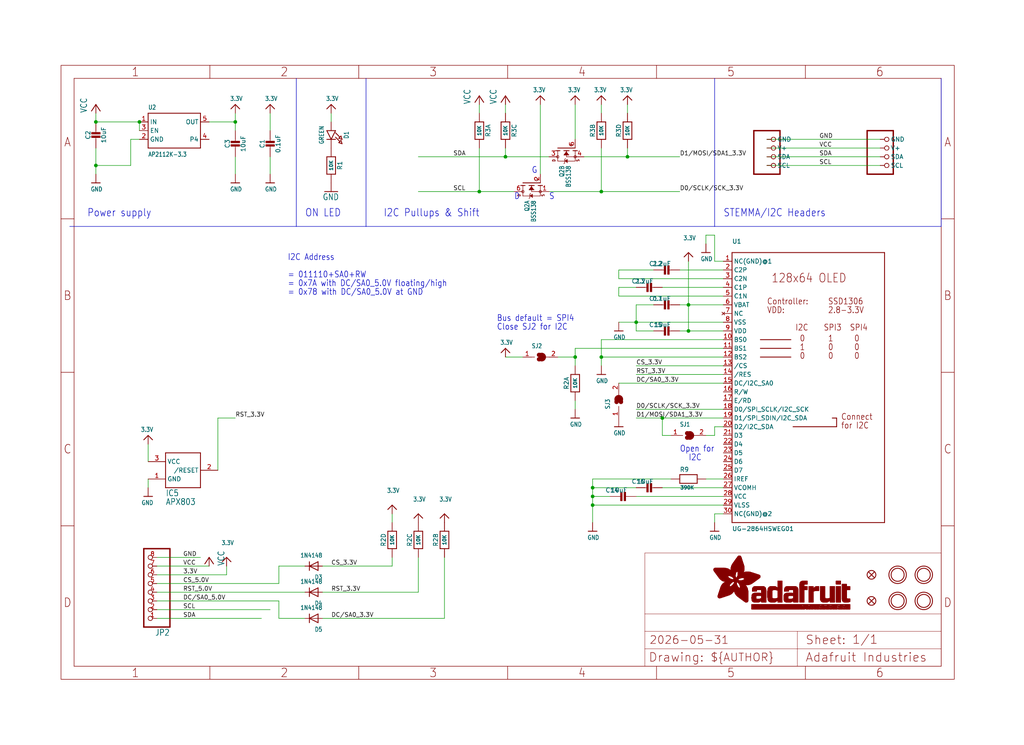
<source format=kicad_sch>
(kicad_sch (version 20230121) (generator eeschema)
  (paper "User" 298.45 217.322)
  (lib_symbols
    (symbol "working-eagle-import:3.3V" (power)
      (property "Value" "3.3V" (at -1.524 1.016 0))
      (symbol "3.3V_1_0"
        (pin power_in line (at 0 -2.54 90) (length 2.54) (name "3.3V") (number "1"))
      )
    )
    (symbol "working-eagle-import:AXP083-SAG"
      (property "Reference" "IC" (at -5.08 -7.62 0))
      (symbol "AXP083-SAG_1_0"
        (pin power_in line (at -10.16 -2.54 0) (length 5.08) (name "GND") (number "1"))
        (pin output line (at 10.16 0 180) (length 5.08) (name "/RESET") (number "2"))
        (pin power_in line (at -10.16 2.54 0) (length 5.08) (name "VCC") (number "3"))
      )
    )
    (symbol "working-eagle-import:CAP_CERAMIC0603_NO"
      (property "Reference" "C" (at -2.29 1.25 90))
      (symbol "CAP_CERAMIC0603_NO_1_0"
        (pin passive line (at 0 5.08 270) (length 2.54) (name "1") (number "1"))
        (pin passive line (at 0 -2.54 90) (length 2.54) (name "2") (number "2"))
      )
    )
    (symbol "working-eagle-import:CAP_CERAMIC0805-NOOUTLINE"
      (property "Reference" "C" (at -2.29 1.25 90))
      (symbol "CAP_CERAMIC0805-NOOUTLINE_1_0"
        (pin passive line (at 0 5.08 270) (length 2.54) (name "1") (number "1"))
        (pin passive line (at 0 -2.54 90) (length 2.54) (name "2") (number "2"))
      )
    )
    (symbol "working-eagle-import:DIODESOD-323"
      (property "Reference" "D" (at 0 2.54 0))
      (symbol "DIODESOD-323_1_0"
        (pin passive line (at -2.54 0 0) (length 2.54) (name "A") (number "A"))
        (pin passive line (at 2.54 0 180) (length 2.54) (name "C") (number "C"))
      )
    )
    (symbol "working-eagle-import:DISP_OLED_UG-2864HSWEG010.96{dblquote}"
      (property "Reference" "U" (at -22.86 40.64 0))
      (symbol "DISP_OLED_UG-2864HSWEG010.96{dblquote}_1_0"
        (text "0" (at -3.175 6.985 0) (effects (font (size 1.778 1.5113)) (justify left bottom)))
        (text "0" (at -3.175 12.065 0) (effects (font (size 1.778 1.5113)) (justify left bottom)))
        (text "0" (at 5.08 6.985 0) (effects (font (size 1.778 1.5113)) (justify left bottom)))
        (text "0" (at 5.08 9.525 0) (effects (font (size 1.778 1.5113)) (justify left bottom)))
        (text "0" (at 12.7 6.985 0) (effects (font (size 1.778 1.5113)) (justify left bottom)))
        (text "0" (at 12.7 9.525 0) (effects (font (size 1.778 1.5113)) (justify left bottom)))
        (text "0" (at 12.7 12.065 0) (effects (font (size 1.778 1.5113)) (justify left bottom)))
        (text "1" (at -3.175 9.525 0) (effects (font (size 1.778 1.5113)) (justify left bottom)))
        (text "1" (at 5.08 12.065 0) (effects (font (size 1.778 1.5113)) (justify left bottom)))
        (text "128x64 OLED" (at -11.43 29.21 0) (effects (font (size 2.54 2.159)) (justify left bottom)))
        (text "2.8-3.3V" (at 5.08 20.32 0) (effects (font (size 1.778 1.5113)) (justify left bottom)))
        (text "Connect" (at 8.89 -10.795 0) (effects (font (size 1.778 1.5113)) (justify left bottom)))
        (text "Controller:" (at -12.7 22.86 0) (effects (font (size 1.778 1.5113)) (justify left bottom)))
        (text "for I2C" (at 8.89 -13.335 0) (effects (font (size 1.778 1.5113)) (justify left bottom)))
        (text "I2C" (at -4.445 15.24 0) (effects (font (size 1.778 1.5113)) (justify left bottom)))
        (text "SPI3" (at 3.81 15.24 0) (effects (font (size 1.778 1.5113)) (justify left bottom)))
        (text "SPI4" (at 11.43 15.24 0) (effects (font (size 1.778 1.5113)) (justify left bottom)))
        (text "SSD1306" (at 5.08 22.86 0) (effects (font (size 1.778 1.5113)) (justify left bottom)))
        (text "VDD:" (at -12.7 20.32 0) (effects (font (size 1.778 1.5113)) (justify left bottom)))
        (pin input line (at -25.4 35.56 0) (length 2.54) (name "NC(GND)@1") (number "1"))
        (pin input line (at -25.4 12.7 0) (length 2.54) (name "BS0") (number "10"))
        (pin input line (at -25.4 10.16 0) (length 2.54) (name "BS1") (number "11"))
        (pin input line (at -25.4 7.62 0) (length 2.54) (name "BS2") (number "12"))
        (pin input line (at -25.4 5.08 0) (length 2.54) (name "/CS") (number "13"))
        (pin input line (at -25.4 2.54 0) (length 2.54) (name "/RES") (number "14"))
        (pin input line (at -25.4 0 0) (length 2.54) (name "DC/I2C_SA0") (number "15"))
        (pin input line (at -25.4 -2.54 0) (length 2.54) (name "R/W") (number "16"))
        (pin input line (at -25.4 -5.08 0) (length 2.54) (name "E/RD") (number "17"))
        (pin bidirectional line (at -25.4 -7.62 0) (length 2.54) (name "D0/SPI_SCLK/I2C_SCK") (number "18"))
        (pin bidirectional line (at -25.4 -10.16 0) (length 2.54) (name "D1/SPI_SDIN/I2C_SDA") (number "19"))
        (pin input line (at -25.4 33.02 0) (length 2.54) (name "C2P") (number "2"))
        (pin bidirectional line (at -25.4 -12.7 0) (length 2.54) (name "D2/I2C_SDA") (number "20"))
        (pin bidirectional line (at -25.4 -15.24 0) (length 2.54) (name "D3") (number "21"))
        (pin bidirectional line (at -25.4 -17.78 0) (length 2.54) (name "D4") (number "22"))
        (pin bidirectional line (at -25.4 -20.32 0) (length 2.54) (name "D5") (number "23"))
        (pin bidirectional line (at -25.4 -22.86 0) (length 2.54) (name "D6") (number "24"))
        (pin bidirectional line (at -25.4 -25.4 0) (length 2.54) (name "D7") (number "25"))
        (pin input line (at -25.4 -27.94 0) (length 2.54) (name "IREF") (number "26"))
        (pin output line (at -25.4 -30.48 0) (length 2.54) (name "VCOMH") (number "27"))
        (pin power_in line (at -25.4 -33.02 0) (length 2.54) (name "VCC") (number "28"))
        (pin power_in line (at -25.4 -35.56 0) (length 2.54) (name "VLSS") (number "29"))
        (pin input line (at -25.4 30.48 0) (length 2.54) (name "C2N") (number "3"))
        (pin input line (at -25.4 -38.1 0) (length 2.54) (name "NC(GND)@2") (number "30"))
        (pin input line (at -25.4 27.94 0) (length 2.54) (name "C1P") (number "4"))
        (pin input line (at -25.4 25.4 0) (length 2.54) (name "C1N") (number "5"))
        (pin input line (at -25.4 22.86 0) (length 2.54) (name "VBAT") (number "6"))
        (pin no_connect line (at -25.4 20.32 0) (length 2.54) (name "NC") (number "7"))
        (pin power_in line (at -25.4 17.78 0) (length 2.54) (name "VSS") (number "8"))
        (pin power_in line (at -25.4 15.24 0) (length 2.54) (name "VDD") (number "9"))
      )
    )
    (symbol "working-eagle-import:FIDUCIAL_1MM")
    (symbol "working-eagle-import:FRAME_A4_ADAFRUIT"
      (symbol "FRAME_A4_ADAFRUIT_1_0"
        (text "${#}/${##}" (at 230.505 10.16 0) (effects (font (size 2.54 2.54)) (justify left bottom)))
        (text "${AUTHOR}" (at 189.23 5.08 0) (effects (font (size 2.286 2.286)) (justify left bottom)))
        (text "${CURRENT_DATE}" (at 171.45 10.16 0) (effects (font (size 2.286 2.286)) (justify left bottom)))
        (text "${PROJECTNAME}" (at 171.45 15.24 0) (effects (font (size 2.54 2.54)) (justify left bottom)))
        (text "1" (at 21.6958 1.905 0) (effects (font (size 2.54 2.286))))
        (text "1" (at 21.6958 177.165 0) (effects (font (size 2.54 2.286))))
        (text "2" (at 65.0875 1.905 0) (effects (font (size 2.54 2.286))))
        (text "2" (at 65.0875 177.165 0) (effects (font (size 2.54 2.286))))
        (text "3" (at 108.4792 1.905 0) (effects (font (size 2.54 2.286))))
        (text "3" (at 108.4792 177.165 0) (effects (font (size 2.54 2.286))))
        (text "4" (at 151.8708 1.905 0) (effects (font (size 2.54 2.286))))
        (text "4" (at 151.8708 177.165 0) (effects (font (size 2.54 2.286))))
        (text "5" (at 195.2625 1.905 0) (effects (font (size 2.54 2.286))))
        (text "5" (at 195.2625 177.165 0) (effects (font (size 2.54 2.286))))
        (text "6" (at 238.6542 1.905 0) (effects (font (size 2.54 2.286))))
        (text "6" (at 238.6542 177.165 0) (effects (font (size 2.54 2.286))))
        (text "A" (at 1.905 156.6863 0) (effects (font (size 2.54 2.286))))
        (text "A" (at 258.445 156.6863 0) (effects (font (size 2.54 2.286))))
        (text "Adafruit Industries" (at 216.916 4.953 0) (effects (font (size 2.54 2.54)) (justify left bottom)))
        (text "B" (at 1.905 111.9188 0) (effects (font (size 2.54 2.286))))
        (text "B" (at 258.445 111.9188 0) (effects (font (size 2.54 2.286))))
        (text "C" (at 1.905 67.1513 0) (effects (font (size 2.54 2.286))))
        (text "C" (at 258.445 67.1513 0) (effects (font (size 2.54 2.286))))
        (text "D" (at 1.905 22.3838 0) (effects (font (size 2.54 2.286))))
        (text "D" (at 258.445 22.3838 0) (effects (font (size 2.54 2.286))))
        (text "Drawing:" (at 171.196 4.953 0) (effects (font (size 2.54 2.54)) (justify left bottom)))
        (text "Sheet:" (at 216.916 10.033 0) (effects (font (size 2.54 2.54)) (justify left bottom)))
      )
    )
    (symbol "working-eagle-import:GND" (power)
      (property "Value" "GND" (at -1.524 -2.54 0))
      (symbol "GND_1_0"
        (pin power_in line (at 0 2.54 270) (length 2.54) (name "GND") (number "1"))
      )
    )
    (symbol "working-eagle-import:HEADER-1X870MIL"
      (property "Reference" "JP" (at -6.35 13.335 0))
      (symbol "HEADER-1X870MIL_1_0"
        (pin passive inverted (at -2.54 10.16 0) (length 2.54) (name "1") (number "1"))
        (pin passive inverted (at -2.54 7.62 0) (length 2.54) (name "2") (number "2"))
        (pin passive inverted (at -2.54 5.08 0) (length 2.54) (name "3") (number "3"))
        (pin passive inverted (at -2.54 2.54 0) (length 2.54) (name "4") (number "4"))
        (pin passive inverted (at -2.54 0 0) (length 2.54) (name "5") (number "5"))
        (pin passive inverted (at -2.54 -2.54 0) (length 2.54) (name "6") (number "6"))
        (pin passive inverted (at -2.54 -5.08 0) (length 2.54) (name "7") (number "7"))
        (pin passive inverted (at -2.54 -7.62 0) (length 2.54) (name "8") (number "8"))
      )
    )
    (symbol "working-eagle-import:LED0603_NOOUTLINE"
      (property "Reference" "D" (at -1.27 4.445 0))
      (symbol "LED0603_NOOUTLINE_1_0"
        (pin passive line (at -5.08 0 0) (length 2.54) (name "A") (number "A"))
        (pin passive line (at 2.54 0 180) (length 2.54) (name "C") (number "C"))
      )
    )
    (symbol "working-eagle-import:MOSFET-N_DUAL"
      (property "Reference" "Q" (at 5.08 0.635 0))
      (symbol "MOSFET-N_DUAL_1_0"
        (text "D" (at 3.175 3.175 0) (effects (font (size 0.8128 0.6908)) (justify left bottom)))
        (text "G" (at -1.27 -1.905 0) (effects (font (size 0.8128 0.6908)) (justify left bottom)))
        (text "S" (at 3.175 -3.81 0) (effects (font (size 0.8128 0.6908)) (justify left bottom)))
        (pin bidirectional line (at 2.54 -5.08 90) (length 2.54) (name "S") (number "1"))
        (pin bidirectional line (at -2.54 -2.54 0) (length 2.54) (name "G") (number "2"))
        (pin bidirectional line (at 2.54 5.08 270) (length 2.54) (name "D") (number "6"))
      )
      (symbol "MOSFET-N_DUAL_2_0"
        (text "D" (at 3.175 3.175 0) (effects (font (size 0.8128 0.6908)) (justify left bottom)))
        (text "G" (at -1.27 -1.905 0) (effects (font (size 0.8128 0.6908)) (justify left bottom)))
        (text "S" (at 3.175 -3.81 0) (effects (font (size 0.8128 0.6908)) (justify left bottom)))
        (pin bidirectional line (at 2.54 5.08 270) (length 2.54) (name "D") (number "3"))
        (pin bidirectional line (at 2.54 -5.08 90) (length 2.54) (name "S") (number "4"))
        (pin bidirectional line (at -2.54 -2.54 0) (length 2.54) (name "G") (number "5"))
      )
    )
    (symbol "working-eagle-import:MOUNTINGHOLE2.5")
    (symbol "working-eagle-import:RESISTOR_0603_NOOUT"
      (property "Reference" "R" (at 0 2.54 0))
      (symbol "RESISTOR_0603_NOOUT_1_0"
        (pin passive line (at -5.08 0 0) (length 2.54) (name "1") (number "1"))
        (pin passive line (at 5.08 0 180) (length 2.54) (name "2") (number "2"))
      )
    )
    (symbol "working-eagle-import:RESISTOR_4PACK"
      (property "Reference" "R" (at 0 2.54 0))
      (symbol "RESISTOR_4PACK_1_0"
        (pin passive line (at -5.08 0 0) (length 2.54) (name "1") (number "1"))
        (pin passive line (at 5.08 0 180) (length 2.54) (name "2") (number "8"))
      )
      (symbol "RESISTOR_4PACK_2_0"
        (pin passive line (at -5.08 0 0) (length 2.54) (name "1") (number "2"))
        (pin passive line (at 5.08 0 180) (length 2.54) (name "2") (number "7"))
      )
      (symbol "RESISTOR_4PACK_3_0"
        (pin passive line (at -5.08 0 0) (length 2.54) (name "1") (number "3"))
        (pin passive line (at 5.08 0 180) (length 2.54) (name "2") (number "6"))
      )
      (symbol "RESISTOR_4PACK_4_0"
        (pin passive line (at -5.08 0 0) (length 2.54) (name "1") (number "4"))
        (pin passive line (at 5.08 0 180) (length 2.54) (name "2") (number "5"))
      )
    )
    (symbol "working-eagle-import:SOLDERJUMPER"
      (property "Reference" "SJ" (at -2.54 2.54 0))
      (symbol "SOLDERJUMPER_1_0"
        (pin passive line (at -5.08 0 0) (length 2.54) (name "1") (number "1"))
        (pin passive line (at 5.08 0 180) (length 2.54) (name "2") (number "2"))
      )
    )
    (symbol "working-eagle-import:SOLDERJUMPERCLOSED"
      (property "Reference" "SJ" (at -2.54 2.54 0))
      (symbol "SOLDERJUMPERCLOSED_1_0"
        (pin passive line (at -5.08 0 0) (length 2.54) (name "1") (number "1"))
        (pin passive line (at 5.08 0 180) (length 2.54) (name "2") (number "2"))
      )
    )
    (symbol "working-eagle-import:STEMMA_I2C_QT"
      (symbol "STEMMA_I2C_QT_1_0"
        (pin passive inverted (at 0 5.08 0) (length 2.54) (name "GND") (number "1"))
        (pin passive inverted (at 0 2.54 0) (length 2.54) (name "V+") (number "2"))
        (pin passive inverted (at 0 0 0) (length 2.54) (name "SDA") (number "3"))
        (pin passive inverted (at 0 -2.54 0) (length 2.54) (name "SCL") (number "4"))
      )
      (symbol "STEMMA_I2C_QT_2_0"
        (pin bidirectional line (at 0 0 0) (length 5.08) (name "MT") (number "MT1"))
      )
      (symbol "STEMMA_I2C_QT_3_0"
        (pin bidirectional line (at 0 0 0) (length 5.08) (name "MT") (number "MT2"))
      )
    )
    (symbol "working-eagle-import:VCC" (power)
      (property "Value" "VCC" (at -2.54 -2.54 90))
      (symbol "VCC_1_0"
        (pin power_in line (at 0 -2.54 90) (length 2.54) (name "VCC") (number "1"))
      )
    )
    (symbol "working-eagle-import:VREG_SOT23-5"
      (property "Reference" "U" (at -7.62 6.096 0))
      (symbol "VREG_SOT23-5_1_0"
        (pin power_in line (at -10.16 2.54 0) (length 2.54) (name "IN") (number "1"))
        (pin power_in line (at -10.16 -2.54 0) (length 2.54) (name "GND") (number "2"))
        (pin input line (at -10.16 0 0) (length 2.54) (name "EN") (number "3"))
        (pin bidirectional line (at 10.16 -2.54 180) (length 2.54) (name "P4") (number "4"))
        (pin power_in line (at 10.16 2.54 180) (length 2.54) (name "OUT") (number "5"))
      )
    )
    (symbol "working-eagle-import:supply1_GND" (power)
      (property "Value" "supply1_GND" (at -2.54 -2.54 0))
      (symbol "supply1_GND_1_0"
        (pin power_in line (at 0 2.54 270) (length 2.54) (name "GND") (number "1"))
      )
    )
  )
  (junction (at 200.66 88.9))
  (junction (at 27.94 48.26))
  (junction (at 185.42 93.98))
  (junction (at 172.72 147.32))
  (junction (at 167.64 104.14))
  (junction (at 172.72 144.78))
  (junction (at 182.88 45.72))
  (junction (at 172.72 142.24))
  (junction (at 200.66 96.52))
  (junction (at 40.64 35.56))
  (junction (at 68.58 35.56))
  (junction (at 193.04 121.92))
  (junction (at 139.7 55.88))
  (junction (at 175.26 55.88))
  (junction (at 27.94 35.56))
  (junction (at 175.26 104.14))
  (junction (at 147.32 45.72))
  (wire (pts (xy 167.64 119.38) (xy 167.64 116.84)) (stroke (width 0.1524)))
  (wire (pts (xy 38.1 40.64) (xy 38.1 48.26)) (stroke (width 0.1524)))
  (wire (pts (xy 210.82 149.86) (xy 208.28 149.86)) (stroke (width 0.1524)))
  (wire (pts (xy 68.58 45.72) (xy 68.58 50.8)) (stroke (width 0.1524)))
  (wire (pts (xy 223.52 43.18) (xy 256.54 43.18)) (stroke (width 0.1524)))
  (wire (pts (xy 45.72 175.26) (xy 81.28 175.26)) (stroke (width 0.1524)))
  (wire (pts (xy 210.82 104.14) (xy 175.26 104.14)) (stroke (width 0.1524)))
  (wire (pts (xy 121.92 172.72) (xy 121.92 162.56)) (stroke (width 0.1524)))
  (wire (pts (xy 162.56 104.14) (xy 167.64 104.14)) (stroke (width 0.1524)))
  (wire (pts (xy 139.7 30.48) (xy 139.7 33.02)) (stroke (width 0.1524)))
  (wire (pts (xy 96.52 35.56) (xy 96.52 33.02)) (stroke (width 0.1524)))
  (wire (pts (xy 210.82 124.46) (xy 208.28 124.46)) (stroke (width 0.1524)))
  (wire (pts (xy 185.42 93.98) (xy 180.34 93.98)) (stroke (width 0.1524)))
  (wire (pts (xy 78.74 45.72) (xy 78.74 50.8)) (stroke (width 0.1524)))
  (wire (pts (xy 129.54 180.34) (xy 129.54 162.56)) (stroke (width 0.1524)))
  (wire (pts (xy 45.72 165.1) (xy 60.96 165.1)) (stroke (width 0.1524)))
  (wire (pts (xy 38.1 48.26) (xy 27.94 48.26)) (stroke (width 0.1524)))
  (wire (pts (xy 147.32 43.18) (xy 147.32 45.72)) (stroke (width 0.1524)))
  (wire (pts (xy 172.72 139.7) (xy 195.58 139.7)) (stroke (width 0.1524)))
  (wire (pts (xy 81.28 175.26) (xy 81.28 180.34)) (stroke (width 0.1524)))
  (polyline (pts (xy 208.28 22.86) (xy 208.28 66.04)) (stroke (width 0.1524) (type solid)))
  (wire (pts (xy 167.64 101.6) (xy 210.82 101.6)) (stroke (width 0.1524)))
  (wire (pts (xy 93.98 180.34) (xy 129.54 180.34)) (stroke (width 0.1524)))
  (wire (pts (xy 60.96 35.56) (xy 68.58 35.56)) (stroke (width 0.1524)))
  (wire (pts (xy 185.42 96.52) (xy 185.42 93.98)) (stroke (width 0.1524)))
  (wire (pts (xy 175.26 99.06) (xy 175.26 104.14)) (stroke (width 0.1524)))
  (wire (pts (xy 93.98 172.72) (xy 121.92 172.72)) (stroke (width 0.1524)))
  (wire (pts (xy 147.32 45.72) (xy 121.92 45.72)) (stroke (width 0.1524)))
  (wire (pts (xy 167.64 104.14) (xy 167.64 106.68)) (stroke (width 0.1524)))
  (wire (pts (xy 208.28 124.46) (xy 208.28 127)) (stroke (width 0.1524)))
  (wire (pts (xy 149.86 55.88) (xy 139.7 55.88)) (stroke (width 0.1524)))
  (wire (pts (xy 190.5 88.9) (xy 185.42 88.9)) (stroke (width 0.1524)))
  (wire (pts (xy 172.72 147.32) (xy 172.72 144.78)) (stroke (width 0.1524)))
  (wire (pts (xy 210.82 147.32) (xy 172.72 147.32)) (stroke (width 0.1524)))
  (wire (pts (xy 167.64 40.64) (xy 167.64 30.48)) (stroke (width 0.1524)))
  (polyline (pts (xy 208.28 66.04) (xy 274.32 66.04)) (stroke (width 0.1524) (type solid)))
  (wire (pts (xy 200.66 76.2) (xy 200.66 88.9)) (stroke (width 0.1524)))
  (wire (pts (xy 81.28 170.18) (xy 81.28 165.1)) (stroke (width 0.1524)))
  (polyline (pts (xy 106.68 66.04) (xy 208.28 66.04)) (stroke (width 0.1524) (type solid)))
  (wire (pts (xy 175.26 55.88) (xy 198.12 55.88)) (stroke (width 0.1524)))
  (wire (pts (xy 210.82 99.06) (xy 175.26 99.06)) (stroke (width 0.1524)))
  (wire (pts (xy 45.72 162.56) (xy 58.42 162.56)) (stroke (width 0.1524)))
  (wire (pts (xy 185.42 83.82) (xy 180.34 83.82)) (stroke (width 0.1524)))
  (wire (pts (xy 210.82 139.7) (xy 205.74 139.7)) (stroke (width 0.1524)))
  (wire (pts (xy 147.32 33.02) (xy 147.32 30.48)) (stroke (width 0.1524)))
  (wire (pts (xy 195.58 127) (xy 193.04 127)) (stroke (width 0.1524)))
  (wire (pts (xy 210.82 88.9) (xy 200.66 88.9)) (stroke (width 0.1524)))
  (polyline (pts (xy 86.36 22.86) (xy 86.36 66.04)) (stroke (width 0.1524) (type solid)))
  (wire (pts (xy 172.72 144.78) (xy 172.72 142.24)) (stroke (width 0.1524)))
  (wire (pts (xy 27.94 48.26) (xy 27.94 50.8)) (stroke (width 0.1524)))
  (wire (pts (xy 190.5 78.74) (xy 180.34 78.74)) (stroke (width 0.1524)))
  (wire (pts (xy 93.98 165.1) (xy 114.3 165.1)) (stroke (width 0.1524)))
  (wire (pts (xy 152.4 104.14) (xy 147.32 104.14)) (stroke (width 0.1524)))
  (wire (pts (xy 160.02 55.88) (xy 175.26 55.88)) (stroke (width 0.1524)))
  (wire (pts (xy 210.82 78.74) (xy 198.12 78.74)) (stroke (width 0.1524)))
  (wire (pts (xy 27.94 33.02) (xy 27.94 35.56)) (stroke (width 0.1524)))
  (polyline (pts (xy 106.68 22.86) (xy 106.68 66.04)) (stroke (width 0.1524) (type solid)))
  (wire (pts (xy 172.72 142.24) (xy 172.72 139.7)) (stroke (width 0.1524)))
  (wire (pts (xy 160.02 45.72) (xy 147.32 45.72)) (stroke (width 0.1524)))
  (wire (pts (xy 63.5 137.16) (xy 63.5 121.92)) (stroke (width 0.1524)))
  (wire (pts (xy 167.64 101.6) (xy 167.64 104.14)) (stroke (width 0.1524)))
  (wire (pts (xy 210.82 96.52) (xy 200.66 96.52)) (stroke (width 0.1524)))
  (wire (pts (xy 45.72 172.72) (xy 88.9 172.72)) (stroke (width 0.1524)))
  (wire (pts (xy 182.88 45.72) (xy 198.12 45.72)) (stroke (width 0.1524)))
  (wire (pts (xy 210.82 111.76) (xy 180.34 111.76)) (stroke (width 0.1524)))
  (wire (pts (xy 182.88 43.18) (xy 182.88 45.72)) (stroke (width 0.1524)))
  (wire (pts (xy 210.82 93.98) (xy 185.42 93.98)) (stroke (width 0.1524)))
  (wire (pts (xy 157.48 50.8) (xy 157.48 30.48)) (stroke (width 0.1524)))
  (wire (pts (xy 256.54 45.72) (xy 223.52 45.72)) (stroke (width 0.1524)))
  (wire (pts (xy 210.82 83.82) (xy 193.04 83.82)) (stroke (width 0.1524)))
  (wire (pts (xy 190.5 96.52) (xy 185.42 96.52)) (stroke (width 0.1524)))
  (wire (pts (xy 200.66 96.52) (xy 198.12 96.52)) (stroke (width 0.1524)))
  (wire (pts (xy 78.74 33.02) (xy 78.74 38.1)) (stroke (width 0.1524)))
  (wire (pts (xy 210.82 119.38) (xy 185.42 119.38)) (stroke (width 0.1524)))
  (wire (pts (xy 175.26 43.18) (xy 175.26 55.88)) (stroke (width 0.1524)))
  (wire (pts (xy 40.64 35.56) (xy 27.94 35.56)) (stroke (width 0.1524)))
  (wire (pts (xy 210.82 109.22) (xy 185.42 109.22)) (stroke (width 0.1524)))
  (polyline (pts (xy 20.32 66.04) (xy 86.36 66.04)) (stroke (width 0.1524) (type solid)))
  (wire (pts (xy 208.28 76.2) (xy 208.28 68.58)) (stroke (width 0.1524)))
  (wire (pts (xy 43.18 139.7) (xy 43.18 142.24)) (stroke (width 0.1524)))
  (wire (pts (xy 63.5 121.92) (xy 68.58 121.92)) (stroke (width 0.1524)))
  (wire (pts (xy 68.58 35.56) (xy 68.58 38.1)) (stroke (width 0.1524)))
  (wire (pts (xy 170.18 45.72) (xy 182.88 45.72)) (stroke (width 0.1524)))
  (wire (pts (xy 43.18 134.62) (xy 43.18 129.54)) (stroke (width 0.1524)))
  (polyline (pts (xy 86.36 66.04) (xy 106.68 66.04)) (stroke (width 0.1524) (type solid)))
  (wire (pts (xy 205.74 68.58) (xy 205.74 71.12)) (stroke (width 0.1524)))
  (wire (pts (xy 256.54 40.64) (xy 223.52 40.64)) (stroke (width 0.1524)))
  (wire (pts (xy 45.72 170.18) (xy 81.28 170.18)) (stroke (width 0.1524)))
  (wire (pts (xy 200.66 88.9) (xy 200.66 96.52)) (stroke (width 0.1524)))
  (wire (pts (xy 45.72 177.8) (xy 78.74 177.8)) (stroke (width 0.1524)))
  (wire (pts (xy 114.3 165.1) (xy 114.3 162.56)) (stroke (width 0.1524)))
  (wire (pts (xy 45.72 180.34) (xy 76.2 180.34)) (stroke (width 0.1524)))
  (wire (pts (xy 208.28 127) (xy 205.74 127)) (stroke (width 0.1524)))
  (wire (pts (xy 182.88 33.02) (xy 182.88 30.48)) (stroke (width 0.1524)))
  (wire (pts (xy 66.04 167.64) (xy 66.04 165.1)) (stroke (width 0.1524)))
  (wire (pts (xy 40.64 40.64) (xy 38.1 40.64)) (stroke (width 0.1524)))
  (wire (pts (xy 172.72 147.32) (xy 172.72 152.4)) (stroke (width 0.1524)))
  (wire (pts (xy 210.82 121.92) (xy 193.04 121.92)) (stroke (width 0.1524)))
  (polyline (pts (xy 274.32 22.86) (xy 274.32 66.04)) (stroke (width 0.1524) (type solid)))
  (wire (pts (xy 210.82 76.2) (xy 208.28 76.2)) (stroke (width 0.1524)))
  (wire (pts (xy 27.94 48.26) (xy 27.94 43.18)) (stroke (width 0.1524)))
  (wire (pts (xy 223.52 48.26) (xy 256.54 48.26)) (stroke (width 0.1524)))
  (wire (pts (xy 175.26 104.14) (xy 175.26 106.68)) (stroke (width 0.1524)))
  (wire (pts (xy 193.04 121.92) (xy 185.42 121.92)) (stroke (width 0.1524)))
  (wire (pts (xy 81.28 165.1) (xy 88.9 165.1)) (stroke (width 0.1524)))
  (wire (pts (xy 177.8 144.78) (xy 172.72 144.78)) (stroke (width 0.1524)))
  (wire (pts (xy 180.34 83.82) (xy 180.34 86.36)) (stroke (width 0.1524)))
  (wire (pts (xy 210.82 106.68) (xy 185.42 106.68)) (stroke (width 0.1524)))
  (wire (pts (xy 81.28 180.34) (xy 88.9 180.34)) (stroke (width 0.1524)))
  (wire (pts (xy 208.28 68.58) (xy 205.74 68.58)) (stroke (width 0.1524)))
  (wire (pts (xy 200.66 88.9) (xy 198.12 88.9)) (stroke (width 0.1524)))
  (wire (pts (xy 180.34 86.36) (xy 210.82 86.36)) (stroke (width 0.1524)))
  (wire (pts (xy 180.34 81.28) (xy 210.82 81.28)) (stroke (width 0.1524)))
  (wire (pts (xy 175.26 33.02) (xy 175.26 30.48)) (stroke (width 0.1524)))
  (wire (pts (xy 210.82 144.78) (xy 185.42 144.78)) (stroke (width 0.1524)))
  (wire (pts (xy 208.28 149.86) (xy 208.28 152.4)) (stroke (width 0.1524)))
  (wire (pts (xy 139.7 43.18) (xy 139.7 55.88)) (stroke (width 0.1524)))
  (wire (pts (xy 45.72 167.64) (xy 66.04 167.64)) (stroke (width 0.1524)))
  (wire (pts (xy 193.04 127) (xy 193.04 121.92)) (stroke (width 0.1524)))
  (wire (pts (xy 40.64 38.1) (xy 40.64 35.56)) (stroke (width 0.1524)))
  (wire (pts (xy 139.7 55.88) (xy 121.92 55.88)) (stroke (width 0.1524)))
  (wire (pts (xy 210.82 142.24) (xy 193.04 142.24)) (stroke (width 0.1524)))
  (wire (pts (xy 185.42 88.9) (xy 185.42 93.98)) (stroke (width 0.1524)))
  (wire (pts (xy 68.58 35.56) (xy 68.58 33.02)) (stroke (width 0.1524)))
  (wire (pts (xy 114.3 149.86) (xy 114.3 152.4)) (stroke (width 0.1524)))
  (wire (pts (xy 180.34 78.74) (xy 180.34 81.28)) (stroke (width 0.1524)))
  (wire (pts (xy 185.42 142.24) (xy 172.72 142.24)) (stroke (width 0.1524)))
  (text "I2C Address" (at 83.82 76.2 0) (effects (font (size 1.778 1.5113)) (justify left bottom)))
  (text "D" (at 149.86 58.42 0) (effects (font (size 1.778 1.5113)) (justify left bottom)))
  (text "G" (at 154.94 50.8 0) (effects (font (size 1.778 1.5113)) (justify left bottom)))
  (text "Close SJ2 for I2C" (at 144.78 96.52 0) (effects (font (size 1.778 1.5113)) (justify left bottom)))
  (text "Bus default = SPI4" (at 144.78 93.98 0) (effects (font (size 1.778 1.5113)) (justify left bottom)))
  (text "I2C" (at 200.66 134.62 0) (effects (font (size 1.778 1.5113)) (justify left bottom)))
  (text "= 011110+SA0+RW" (at 83.82 81.28 0) (effects (font (size 1.778 1.5113)) (justify left bottom)))
  (text "Power supply" (at 25.4 63.5 0) (effects (font (size 2.1844 1.8567)) (justify left bottom)))
  (text "= 0x7A with DC/SA0_5.0V floating/high" (at 83.82 83.82 0) (effects (font (size 1.778 1.5113)) (justify left bottom)))
  (text "S" (at 160.02 58.42 0) (effects (font (size 1.778 1.5113)) (justify left bottom)))
  (text "STEMMA/I2C Headers" (at 210.82 63.5 0) (effects (font (size 2.1844 1.8567)) (justify left bottom)))
  (text "= 0x78 with DC/SA0_5.0V at GND" (at 83.82 86.36 0) (effects (font (size 1.778 1.5113)) (justify left bottom)))
  (text "Open for" (at 198.12 132.08 0) (effects (font (size 1.778 1.5113)) (justify left bottom)))
  (text "I2C Pullups & Shift" (at 111.76 63.5 0) (effects (font (size 2.1844 1.8567)) (justify left bottom)))
  (text "ON LED" (at 88.9 63.5 0) (effects (font (size 2.1844 1.8567)) (justify left bottom)))
  (label "DC/SA0_5.0V" (at 53.34 175.26 0) (effects (font (size 1.2446 1.2446))))
  (label "SCL" (at 53.34 177.8 0) (effects (font (size 1.2446 1.2446))))
  (label "RST_3.3V" (at 68.58 121.92 0) (effects (font (size 1.2446 1.2446))))
  (label "SDA" (at 238.76 45.72 0) (effects (font (size 1.2446 1.2446))))
  (label "D1/MOSI/SDA1_3.3V" (at 185.42 121.92 0) (effects (font (size 1.2446 1.2446))))
  (label "3.3V" (at 53.34 167.64 0) (effects (font (size 1.2446 1.2446))))
  (label "D1/MOSI/SDA1_3.3V" (at 198.12 45.72 0) (effects (font (size 1.2446 1.2446))))
  (label "SCL" (at 238.76 48.26 0) (effects (font (size 1.2446 1.2446))))
  (label "VCC" (at 238.76 43.18 0) (effects (font (size 1.2446 1.2446))))
  (label "GND" (at 238.76 40.64 0) (effects (font (size 1.2446 1.2446))))
  (label "VCC" (at 53.34 165.1 0) (effects (font (size 1.2446 1.2446))))
  (label "DC/SA0_3.3V" (at 96.52 180.34 0) (effects (font (size 1.2446 1.2446))))
  (label "RST_5.0V" (at 53.34 172.72 0) (effects (font (size 1.2446 1.2446))))
  (label "RST_3.3V" (at 185.42 109.22 0) (effects (font (size 1.2446 1.2446))))
  (label "CS_5.0V" (at 53.34 170.18 0) (effects (font (size 1.2446 1.2446))))
  (label "GND" (at 53.34 162.56 0) (effects (font (size 1.2446 1.2446))))
  (label "SCL" (at 132.08 55.88 0) (effects (font (size 1.2446 1.2446))))
  (label "CS_3.3V" (at 96.52 165.1 0) (effects (font (size 1.2446 1.2446))))
  (label "SDA" (at 53.34 180.34 0) (effects (font (size 1.2446 1.2446))))
  (label "D0/SCLK/SCK_3.3V" (at 185.42 119.38 0) (effects (font (size 1.2446 1.2446))))
  (label "D0/SCLK/SCK_3.3V" (at 198.12 55.88 0) (effects (font (size 1.2446 1.2446))))
  (label "DC/SA0_3.3V" (at 185.42 111.76 0) (effects (font (size 1.2446 1.2446))))
  (label "RST_3.3V" (at 96.52 172.72 0) (effects (font (size 1.2446 1.2446))))
  (label "SDA" (at 132.08 45.72 0) (effects (font (size 1.2446 1.2446))))
  (label "CS_3.3V" (at 185.42 106.68 0) (effects (font (size 1.2446 1.2446))))
  (symbol (lib_id "working-eagle-import:MOSFET-N_DUAL") (at 165.1 43.18 90) (mirror x) (unit 2)
    (property "Reference" "Q2" (at 164.465 48.26 0) (effects (font (size 1.27 1.0795)) (justify left bottom)))
    (property "Value" "BSS138" (at 166.37 48.26 0) (effects (font (size 1.27 1.0795)) (justify left bottom)))
    (property "Footprint" "working:SOT363" (effects hide))
  )
  (symbol (lib_id "working-eagle-import:GND") (at 208.28 154.94 0) (unit 1)
    (property "Reference" "#U$43" (effects hide))
    (property "Value" "GND" (at 206.756 157.48 0) (effects (font (size 1.27 1.0795)) (justify left bottom)))
  )
  (symbol (lib_id "working-eagle-import:SOLDERJUMPER") (at 180.34 116.84 90) (unit 1)
    (property "Reference" "SJ3" (at 177.8 119.38 0) (effects (font (size 1.27 1.0795)) (justify left bottom)))
    (property "Value" "SOLDERJUMPER" (effects hide))
    (property "Footprint" "working:SOLDERJUMPER_ARROW_NOPASTE" (effects hide))
  )
  (symbol (lib_id "working-eagle-import:3.3V") (at 78.74 30.48 0) (unit 1)
    (property "Reference" "#U$14" (effects hide))
    (property "Value" "3.3V" (at 77.216 29.464 0) (effects (font (size 1.27 1.0795)) (justify left bottom)))
  )
  (symbol (lib_id "working-eagle-import:supply1_GND") (at 96.52 55.88 0) (unit 1)
    (property "Reference" "#GND6" (effects hide))
    (property "Value" "GND" (at 93.98 58.42 0) (effects (font (size 1.778 1.5113)) (justify left bottom)))
  )
  (symbol (lib_id "working-eagle-import:CAP_CERAMIC0805-NOOUTLINE") (at 190.5 83.82 90) (unit 1)
    (property "Reference" "C13" (at 187.96 81.28 90) (effects (justify left bottom)))
    (property "Value" "2.2uF" (at 190.5 81.28 90) (effects (justify left bottom)))
    (property "Footprint" "working:0805-NO" (effects hide))
  )
  (symbol (lib_id "working-eagle-import:FRAME_A4_ADAFRUIT") (at 17.78 198.12 0) (unit 1)
    (property "Reference" "#U$18" (effects hide))
    (property "Value" "FRAME_A4_ADAFRUIT" (effects hide))
  )
  (symbol (lib_id "working-eagle-import:GND") (at 43.18 144.78 0) (mirror y) (unit 1)
    (property "Reference" "#U$2" (effects hide))
    (property "Value" "GND" (at 44.704 147.32 0) (effects (font (size 1.27 1.0795)) (justify left bottom)))
  )
  (symbol (lib_id "working-eagle-import:3.3V") (at 114.3 147.32 0) (unit 1)
    (property "Reference" "#U$37" (effects hide))
    (property "Value" "3.3V" (at 112.776 143.764 0) (effects (font (size 1.27 1.0795)) (justify left bottom)))
  )
  (symbol (lib_id "working-eagle-import:MOUNTINGHOLE2.5") (at 269.24 175.26 0) (unit 1)
    (property "Reference" "U$21" (effects hide))
    (property "Value" "MOUNTINGHOLE2.5" (effects hide))
    (property "Footprint" "working:MOUNTINGHOLE_2.5_PLATED" (effects hide))
  )
  (symbol (lib_id "working-eagle-import:RESISTOR_4PACK") (at 167.64 111.76 90) (unit 1)
    (property "Reference" "R2" (at 165.1 111.76 0))
    (property "Value" "10K" (at 167.64 111.76 0) (effects (font (size 1.016 1.016) bold)))
    (property "Footprint" "working:RESPACK_4X0603" (effects hide))
  )
  (symbol (lib_id "working-eagle-import:GND") (at 78.74 53.34 0) (unit 1)
    (property "Reference" "#U$6" (effects hide))
    (property "Value" "GND" (at 77.216 55.88 0) (effects (font (size 1.27 1.0795)) (justify left bottom)))
  )
  (symbol (lib_id "working-eagle-import:RESISTOR_4PACK") (at 147.32 38.1 270) (unit 3)
    (property "Reference" "R3" (at 149.86 38.1 0))
    (property "Value" "10K" (at 147.32 38.1 0) (effects (font (size 1.016 1.016) bold)))
    (property "Footprint" "working:RESPACK_4X0603" (effects hide))
  )
  (symbol (lib_id "working-eagle-import:DISP_OLED_UG-2864HSWEG010.96{dblquote}") (at 236.22 111.76 0) (unit 1)
    (property "Reference" "U1" (at 213.36 71.12 0) (effects (justify left bottom)))
    (property "Value" "UG-2864HSWEG01" (at 213.36 154.94 0) (effects (justify left bottom)))
    (property "Footprint" "working:UG-2864HSWEG01_0.96IN_WRAPAROUND" (effects hide))
  )
  (symbol (lib_id "working-eagle-import:RESISTOR_4PACK") (at 175.26 38.1 90) (mirror x) (unit 2)
    (property "Reference" "R3" (at 172.72 38.1 0))
    (property "Value" "10K" (at 175.26 38.1 0) (effects (font (size 1.016 1.016) bold)))
    (property "Footprint" "working:RESPACK_4X0603" (effects hide))
  )
  (symbol (lib_id "working-eagle-import:HEADER-1X870MIL") (at 43.18 170.18 180) (unit 1)
    (property "Reference" "JP2" (at 49.53 183.515 0) (effects (font (size 1.778 1.5113)) (justify left bottom)))
    (property "Value" "HEADER-1X870MIL" (effects hide))
    (property "Footprint" "working:1X08_ROUND_70" (effects hide))
  )
  (symbol (lib_id "working-eagle-import:VCC") (at 60.96 162.56 0) (mirror y) (unit 1)
    (property "Reference" "#P+4" (effects hide))
    (property "Value" "VCC" (at 63.5 165.1 90) (effects (font (size 1.778 1.5113)) (justify left bottom)))
  )
  (symbol (lib_id "working-eagle-import:VCC") (at 139.7 27.94 0) (unit 1)
    (property "Reference" "#P+1" (effects hide))
    (property "Value" "VCC" (at 137.16 30.48 90) (effects (font (size 1.778 1.5113)) (justify left bottom)))
  )
  (symbol (lib_id "working-eagle-import:CAP_CERAMIC0603_NO") (at 78.74 43.18 0) (unit 1)
    (property "Reference" "C1" (at 76.45 41.93 90))
    (property "Value" "0.1uF" (at 81.04 41.93 90))
    (property "Footprint" "working:0603-NO" (effects hide))
  )
  (symbol (lib_id "working-eagle-import:3.3V") (at 147.32 101.6 0) (unit 1)
    (property "Reference" "#U$30" (effects hide))
    (property "Value" "3.3V" (at 145.796 100.584 0) (effects (font (size 1.27 1.0795)) (justify left bottom)))
  )
  (symbol (lib_id "working-eagle-import:RESISTOR_0603_NOOUT") (at 96.52 48.26 270) (unit 1)
    (property "Reference" "R1" (at 99.06 48.26 0))
    (property "Value" "10K" (at 96.52 48.26 0) (effects (font (size 1.016 1.016) bold)))
    (property "Footprint" "working:0603-NO" (effects hide))
  )
  (symbol (lib_id "working-eagle-import:GND") (at 180.34 96.52 0) (unit 1)
    (property "Reference" "#U$44" (effects hide))
    (property "Value" "GND" (at 178.816 99.06 0) (effects (font (size 1.27 1.0795)) (justify left bottom)))
  )
  (symbol (lib_id "working-eagle-import:VREG_SOT23-5") (at 50.8 38.1 0) (unit 1)
    (property "Reference" "U2" (at 43.18 32.004 0) (effects (font (size 1.27 1.0795)) (justify left bottom)))
    (property "Value" "AP2112K-3.3" (at 43.18 45.72 0) (effects (font (size 1.27 1.0795)) (justify left bottom)))
    (property "Footprint" "working:SOT23-5" (effects hide))
  )
  (symbol (lib_id "working-eagle-import:LED0603_NOOUTLINE") (at 96.52 40.64 270) (unit 1)
    (property "Reference" "D1" (at 100.965 39.37 0) (effects (font (size 1.27 1.0795))))
    (property "Value" "GREEN" (at 93.726 39.37 0) (effects (font (size 1.27 1.0795))))
    (property "Footprint" "working:CHIPLED_0603_NOOUTLINE" (effects hide))
  )
  (symbol (lib_id "working-eagle-import:GND") (at 205.74 73.66 0) (unit 1)
    (property "Reference" "#U$42" (effects hide))
    (property "Value" "GND" (at 204.216 76.2 0) (effects (font (size 1.27 1.0795)) (justify left bottom)))
  )
  (symbol (lib_id "working-eagle-import:GND") (at 68.58 53.34 0) (unit 1)
    (property "Reference" "#U$5" (effects hide))
    (property "Value" "GND" (at 67.056 55.88 0) (effects (font (size 1.27 1.0795)) (justify left bottom)))
  )
  (symbol (lib_id "working-eagle-import:3.3V") (at 175.26 27.94 0) (mirror y) (unit 1)
    (property "Reference" "#U$24" (effects hide))
    (property "Value" "3.3V" (at 176.784 26.924 0) (effects (font (size 1.27 1.0795)) (justify left bottom)))
  )
  (symbol (lib_id "working-eagle-import:CAP_CERAMIC0805-NOOUTLINE") (at 190.5 142.24 90) (unit 1)
    (property "Reference" "C16" (at 187.96 139.7 90) (effects (justify left bottom)))
    (property "Value" "10uF" (at 190.5 139.7 90) (effects (justify left bottom)))
    (property "Footprint" "working:0805-NO" (effects hide))
  )
  (symbol (lib_id "working-eagle-import:GND") (at 175.26 109.22 0) (unit 1)
    (property "Reference" "#U$20" (effects hide))
    (property "Value" "GND" (at 173.736 111.76 0) (effects (font (size 1.27 1.0795)) (justify left bottom)))
  )
  (symbol (lib_id "working-eagle-import:CAP_CERAMIC0805-NOOUTLINE") (at 195.58 96.52 90) (unit 1)
    (property "Reference" "C15" (at 193.04 93.98 90) (effects (justify left bottom)))
    (property "Value" "10uF" (at 195.58 93.98 90) (effects (justify left bottom)))
    (property "Footprint" "working:0805-NO" (effects hide))
  )
  (symbol (lib_id "working-eagle-import:GND") (at 180.34 124.46 0) (unit 1)
    (property "Reference" "#U$4" (effects hide))
    (property "Value" "GND" (at 178.816 127 0) (effects (font (size 1.27 1.0795)) (justify left bottom)))
  )
  (symbol (lib_id "working-eagle-import:RESISTOR_4PACK") (at 121.92 157.48 90) (unit 3)
    (property "Reference" "R2" (at 119.38 157.48 0))
    (property "Value" "10K" (at 121.92 157.48 0) (effects (font (size 1.016 1.016) bold)))
    (property "Footprint" "working:RESPACK_4X0603" (effects hide))
  )
  (symbol (lib_id "working-eagle-import:DIODESOD-323") (at 91.44 180.34 180) (unit 1)
    (property "Reference" "D5" (at 93.98 182.88 0) (effects (font (size 1.27 1.0795)) (justify left bottom)))
    (property "Value" "1N4148" (at 93.98 176.53 0) (effects (font (size 1.27 1.0795)) (justify left bottom)))
    (property "Footprint" "working:SOD-323" (effects hide))
  )
  (symbol (lib_id "working-eagle-import:RESISTOR_0603_NOOUT") (at 200.66 139.7 0) (unit 1)
    (property "Reference" "R9" (at 198.12 137.668 0) (effects (justify left bottom)))
    (property "Value" "390K" (at 198.12 142.875 0) (effects (font (size 1.016 1.016) bold) (justify left bottom)))
    (property "Footprint" "working:0603-NO" (effects hide))
  )
  (symbol (lib_id "working-eagle-import:MOUNTINGHOLE2.5") (at 261.62 175.26 0) (unit 1)
    (property "Reference" "U$1" (effects hide))
    (property "Value" "MOUNTINGHOLE2.5" (effects hide))
    (property "Footprint" "working:MOUNTINGHOLE_2.5_PLATED" (effects hide))
  )
  (symbol (lib_id "working-eagle-import:SOLDERJUMPERCLOSED") (at 200.66 127 0) (unit 1)
    (property "Reference" "SJ1" (at 198.12 124.46 0) (effects (font (size 1.27 1.0795)) (justify left bottom)))
    (property "Value" "SOLDERJUMPERCLOSED" (effects hide))
    (property "Footprint" "working:SOLDERJUMPER_CLOSEDWIRE" (effects hide))
  )
  (symbol (lib_id "working-eagle-import:CAP_CERAMIC0805-NOOUTLINE") (at 182.88 144.78 90) (unit 1)
    (property "Reference" "C14" (at 180.34 142.24 90) (effects (justify left bottom)))
    (property "Value" "10uF" (at 182.88 142.24 90) (effects (justify left bottom)))
    (property "Footprint" "working:0805-NO" (effects hide))
  )
  (symbol (lib_id "working-eagle-import:VCC") (at 147.32 27.94 0) (unit 1)
    (property "Reference" "#P+2" (effects hide))
    (property "Value" "VCC" (at 144.78 30.48 90) (effects (font (size 1.778 1.5113)) (justify left bottom)))
  )
  (symbol (lib_id "working-eagle-import:3.3V") (at 121.92 149.86 0) (unit 1)
    (property "Reference" "#U$38" (effects hide))
    (property "Value" "3.3V" (at 120.396 146.304 0) (effects (font (size 1.27 1.0795)) (justify left bottom)))
  )
  (symbol (lib_id "working-eagle-import:VCC") (at 27.94 30.48 0) (unit 1)
    (property "Reference" "#P+3" (effects hide))
    (property "Value" "VCC" (at 25.4 33.02 90) (effects (font (size 1.778 1.5113)) (justify left bottom)))
  )
  (symbol (lib_id "working-eagle-import:FIDUCIAL_1MM") (at 254 175.26 0) (unit 1)
    (property "Reference" "FID3" (effects hide))
    (property "Value" "FIDUCIAL_1MM" (effects hide))
    (property "Footprint" "working:FIDUCIAL_1MM" (effects hide))
  )
  (symbol (lib_id "working-eagle-import:3.3V") (at 96.52 30.48 0) (unit 1)
    (property "Reference" "#U$3" (effects hide))
    (property "Value" "3.3V" (at 94.996 29.464 0) (effects (font (size 1.27 1.0795)) (justify left bottom)))
  )
  (symbol (lib_id "working-eagle-import:GND") (at 172.72 154.94 0) (unit 1)
    (property "Reference" "#U$45" (effects hide))
    (property "Value" "GND" (at 171.196 157.48 0) (effects (font (size 1.27 1.0795)) (justify left bottom)))
  )
  (symbol (lib_id "working-eagle-import:GND") (at 27.94 53.34 0) (unit 1)
    (property "Reference" "#U$13" (effects hide))
    (property "Value" "GND" (at 26.416 55.88 0) (effects (font (size 1.27 1.0795)) (justify left bottom)))
  )
  (symbol (lib_id "working-eagle-import:3.3V") (at 43.18 127 0) (mirror y) (unit 1)
    (property "Reference" "#U$11" (effects hide))
    (property "Value" "3.3V" (at 44.704 125.984 0) (effects (font (size 1.27 1.0795)) (justify left bottom)))
  )
  (symbol (lib_id "working-eagle-import:STEMMA_I2C_QT") (at 223.52 45.72 0) (unit 1)
    (property "Reference" "CONN1" (effects hide))
    (property "Value" "STEMMA_I2C_QT" (effects hide))
    (property "Footprint" "working:JST_SH4" (effects hide))
  )
  (symbol (lib_id "working-eagle-import:3.3V") (at 167.64 27.94 0) (mirror y) (unit 1)
    (property "Reference" "#U$23" (effects hide))
    (property "Value" "3.3V" (at 169.164 26.924 0) (effects (font (size 1.27 1.0795)) (justify left bottom)))
  )
  (symbol (lib_id "working-eagle-import:DIODESOD-323") (at 91.44 172.72 180) (unit 1)
    (property "Reference" "D4" (at 93.98 175.26 0) (effects (font (size 1.27 1.0795)) (justify left bottom)))
    (property "Value" "1N4148" (at 93.98 168.91 0) (effects (font (size 1.27 1.0795)) (justify left bottom)))
    (property "Footprint" "working:SOD-323" (effects hide))
  )
  (symbol (lib_id "working-eagle-import:3.3V") (at 66.04 162.56 0) (unit 1)
    (property "Reference" "#U$36" (effects hide))
    (property "Value" "3.3V" (at 64.516 159.004 0) (effects (font (size 1.27 1.0795)) (justify left bottom)))
  )
  (symbol (lib_id "working-eagle-import:3.3V") (at 68.58 30.48 0) (unit 1)
    (property "Reference" "#U$15" (effects hide))
    (property "Value" "3.3V" (at 67.056 29.464 0) (effects (font (size 1.27 1.0795)) (justify left bottom)))
  )
  (symbol (lib_id "working-eagle-import:CAP_CERAMIC0603_NO") (at 195.58 88.9 90) (unit 1)
    (property "Reference" "C17" (at 193.04 86.36 90) (effects (justify left bottom)))
    (property "Value" "0.1uF" (at 195.58 86.36 90) (effects (justify left bottom)))
    (property "Footprint" "working:0603-NO" (effects hide))
  )
  (symbol (lib_id "working-eagle-import:AXP083-SAG") (at 53.34 137.16 0) (unit 1)
    (property "Reference" "IC5" (at 48.26 144.78 0) (effects (font (size 1.778 1.5113)) (justify left bottom)))
    (property "Value" "APX803" (at 48.26 147.32 0) (effects (font (size 1.778 1.5113)) (justify left bottom)))
    (property "Footprint" "working:SOT23" (effects hide))
  )
  (symbol (lib_id "working-eagle-import:FIDUCIAL_1MM") (at 254 167.64 0) (unit 1)
    (property "Reference" "FID4" (effects hide))
    (property "Value" "FIDUCIAL_1MM" (effects hide))
    (property "Footprint" "working:FIDUCIAL_1MM" (effects hide))
  )
  (symbol (lib_id "working-eagle-import:3.3V") (at 200.66 73.66 0) (unit 1)
    (property "Reference" "#U$46" (effects hide))
    (property "Value" "3.3V" (at 199.136 70.104 0) (effects (font (size 1.27 1.0795)) (justify left bottom)))
  )
  (symbol (lib_id "working-eagle-import:RESISTOR_4PACK") (at 182.88 38.1 90) (mirror x) (unit 4)
    (property "Reference" "R3" (at 180.34 38.1 0))
    (property "Value" "10K" (at 182.88 38.1 0) (effects (font (size 1.016 1.016) bold)))
    (property "Footprint" "working:RESPACK_4X0603" (effects hide))
  )
  (symbol (lib_id "working-eagle-import:GND") (at 167.64 121.92 0) (unit 1)
    (property "Reference" "#U$27" (effects hide))
    (property "Value" "GND" (at 166.116 124.46 0) (effects (font (size 1.27 1.0795)) (justify left bottom)))
  )
  (symbol (lib_id "working-eagle-import:3.3V") (at 157.48 27.94 0) (mirror y) (unit 1)
    (property "Reference" "#U$26" (effects hide))
    (property "Value" "3.3V" (at 159.004 26.924 0) (effects (font (size 1.27 1.0795)) (justify left bottom)))
  )
  (symbol (lib_id "working-eagle-import:MOUNTINGHOLE2.5") (at 261.62 167.64 0) (unit 1)
    (property "Reference" "U$17" (effects hide))
    (property "Value" "MOUNTINGHOLE2.5" (effects hide))
    (property "Footprint" "working:MOUNTINGHOLE_2.5_PLATED" (effects hide))
  )
  (symbol (lib_id "working-eagle-import:CAP_CERAMIC0805-NOOUTLINE") (at 195.58 78.74 90) (unit 1)
    (property "Reference" "C12" (at 193.04 76.2 90) (effects (justify left bottom)))
    (property "Value" "2.2uF" (at 195.58 76.2 90) (effects (justify left bottom)))
    (property "Footprint" "working:0805-NO" (effects hide))
  )
  (symbol (lib_id "working-eagle-import:SOLDERJUMPERCLOSED") (at 157.48 104.14 0) (unit 1)
    (property "Reference" "SJ2" (at 154.94 101.6 0) (effects (font (size 1.27 1.0795)) (justify left bottom)))
    (property "Value" "SOLDERJUMPERCLOSED" (effects hide))
    (property "Footprint" "working:SOLDERJUMPER_CLOSEDWIRE" (effects hide))
  )
  (symbol (lib_id "working-eagle-import:CAP_CERAMIC0805-NOOUTLINE") (at 68.58 43.18 0) (unit 1)
    (property "Reference" "C3" (at 66.29 41.93 90))
    (property "Value" "10uF" (at 70.88 41.93 90))
    (property "Footprint" "working:0805-NO" (effects hide))
  )
  (symbol (lib_id "working-eagle-import:3.3V") (at 129.54 149.86 0) (unit 1)
    (property "Reference" "#U$39" (effects hide))
    (property "Value" "3.3V" (at 128.016 146.304 0) (effects (font (size 1.27 1.0795)) (justify left bottom)))
  )
  (symbol (lib_id "working-eagle-import:CAP_CERAMIC0805-NOOUTLINE") (at 27.94 40.64 0) (unit 1)
    (property "Reference" "C2" (at 25.65 39.39 90))
    (property "Value" "10uF" (at 30.24 39.39 90))
    (property "Footprint" "working:0805-NO" (effects hide))
  )
  (symbol (lib_id "working-eagle-import:MOSFET-N_DUAL") (at 154.94 53.34 90) (mirror x) (unit 1)
    (property "Reference" "Q2" (at 154.305 58.42 0) (effects (font (size 1.27 1.0795)) (justify left bottom)))
    (property "Value" "BSS138" (at 156.21 58.42 0) (effects (font (size 1.27 1.0795)) (justify left bottom)))
    (property "Footprint" "working:SOT363" (effects hide))
  )
  (symbol (lib_id "working-eagle-import:RESISTOR_4PACK") (at 139.7 38.1 270) (unit 1)
    (property "Reference" "R3" (at 142.24 38.1 0))
    (property "Value" "10K" (at 139.7 38.1 0) (effects (font (size 1.016 1.016) bold)))
    (property "Footprint" "working:RESPACK_4X0603" (effects hide))
  )
  (symbol (lib_id "working-eagle-import:RESISTOR_4PACK") (at 114.3 157.48 90) (unit 4)
    (property "Reference" "R2" (at 111.76 157.48 0))
    (property "Value" "10K" (at 114.3 157.48 0) (effects (font (size 1.016 1.016) bold)))
    (property "Footprint" "working:RESPACK_4X0603" (effects hide))
  )
  (symbol (lib_id "working-eagle-import:RESISTOR_4PACK") (at 129.54 157.48 90) (unit 2)
    (property "Reference" "R2" (at 127 157.48 0))
    (property "Value" "10K" (at 129.54 157.48 0) (effects (font (size 1.016 1.016) bold)))
    (property "Footprint" "working:RESPACK_4X0603" (effects hide))
  )
  (symbol (lib_id "working-eagle-import:STEMMA_I2C_QT") (at 256.54 45.72 0) (unit 1)
    (property "Reference" "CONN4" (effects hide))
    (property "Value" "STEMMA_I2C_QT" (effects hide))
    (property "Footprint" "working:JST_SH4" (effects hide))
  )
  (symbol (lib_id "working-eagle-import:3.3V") (at 182.88 27.94 0) (mirror y) (unit 1)
    (property "Reference" "#U$7" (effects hide))
    (property "Value" "3.3V" (at 184.404 26.924 0) (effects (font (size 1.27 1.0795)) (justify left bottom)))
  )
  (symbol (lib_id "working-eagle-import:DIODESOD-323") (at 91.44 165.1 180) (unit 1)
    (property "Reference" "D3" (at 93.98 167.64 0) (effects (font (size 1.27 1.0795)) (justify left bottom)))
    (property "Value" "1N4148" (at 93.98 161.29 0) (effects (font (size 1.27 1.0795)) (justify left bottom)))
    (property "Footprint" "working:SOD-323" (effects hide))
  )
  (symbol (lib_id "working-eagle-import:MOUNTINGHOLE2.5") (at 269.24 167.64 0) (unit 1)
    (property "Reference" "U$19" (effects hide))
    (property "Value" "MOUNTINGHOLE2.5" (effects hide))
    (property "Footprint" "working:MOUNTINGHOLE_2.5_PLATED" (effects hide))
  )
)
</source>
